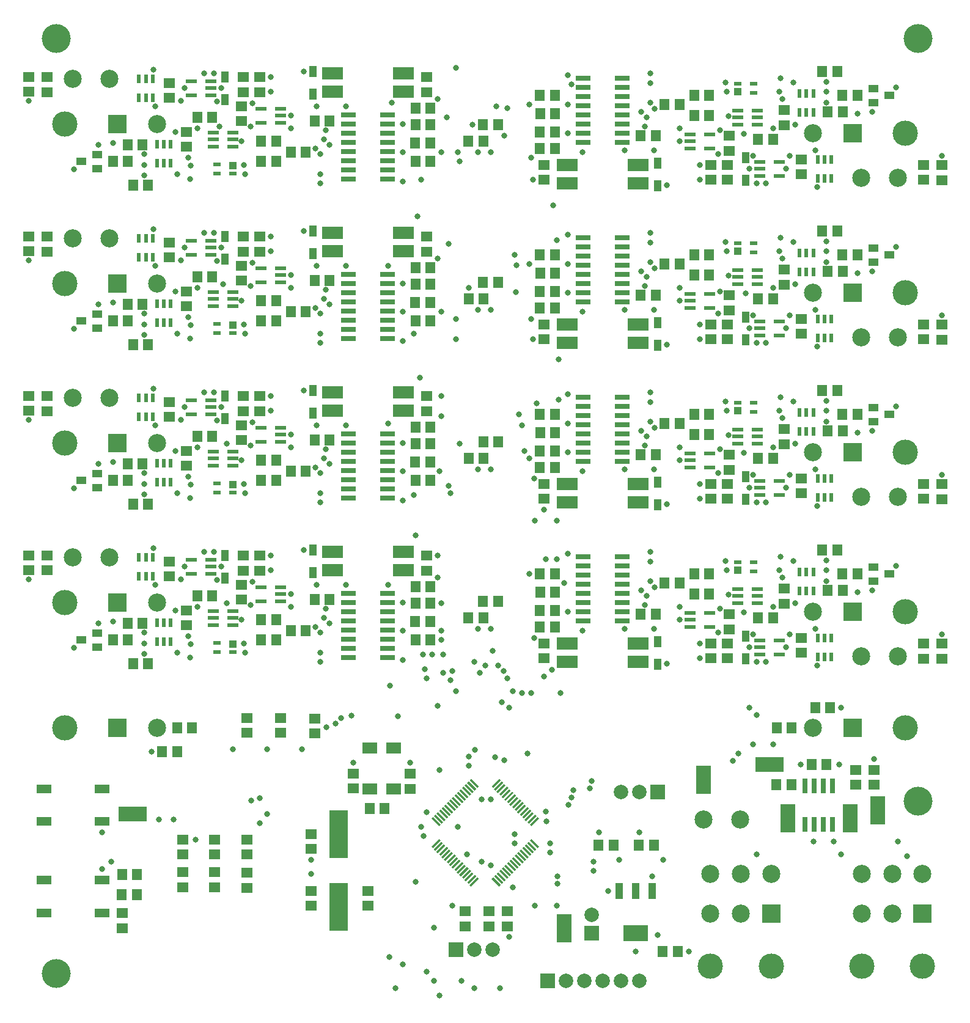
<source format=gts>
G04 #@! TF.FileFunction,Soldermask,Top*
%FSLAX46Y46*%
G04 Gerber Fmt 4.6, Leading zero omitted, Abs format (unit mm)*
G04 Created by KiCad (PCBNEW 4.0.5+dfsg1-4) date Tue Aug 22 17:04:35 2017*
%MOMM*%
%LPD*%
G01*
G04 APERTURE LIST*
%ADD10C,0.100000*%
%ADD11C,4.000000*%
%ADD12R,3.000000X1.700000*%
%ADD13R,1.400000X1.500000*%
%ADD14R,1.400000X1.000000*%
%ADD15R,0.620000X1.220000*%
%ADD16R,1.500000X1.400000*%
%ADD17C,2.500000*%
%ADD18R,2.500000X2.500000*%
%ADD19C,3.508000*%
%ADD20R,1.500000X0.550000*%
%ADD21R,1.000000X1.500000*%
%ADD22R,2.000000X0.750000*%
%ADD23R,1.000000X0.600000*%
%ADD24R,1.000000X1.000000*%
%ADD25R,2.000000X2.000000*%
%ADD26C,2.000000*%
%ADD27R,2.000000X1.300000*%
%ADD28R,2.000000X4.000000*%
%ADD29R,4.000000X2.000000*%
%ADD30R,1.000000X2.250000*%
%ADD31R,3.500000X2.250000*%
%ADD32R,0.750000X2.000000*%
%ADD33R,2.000000X1.600000*%
%ADD34R,2.500000X6.600000*%
%ADD35C,0.800000*%
G04 APERTURE END LIST*
D10*
D11*
X213360000Y-148844000D03*
X213360000Y-43180000D03*
X93980000Y-43180000D03*
D12*
X142060000Y-50546000D03*
X142060000Y-48006000D03*
X132260000Y-48006000D03*
X132260000Y-50546000D03*
D10*
G36*
X145956024Y-155106544D02*
X147016684Y-154045884D01*
X147228816Y-154258016D01*
X146168156Y-155318676D01*
X145956024Y-155106544D01*
X145956024Y-155106544D01*
G37*
G36*
X146309577Y-155460097D02*
X147370237Y-154399437D01*
X147582369Y-154611569D01*
X146521709Y-155672229D01*
X146309577Y-155460097D01*
X146309577Y-155460097D01*
G37*
G36*
X146663130Y-155813650D02*
X147723790Y-154752990D01*
X147935922Y-154965122D01*
X146875262Y-156025782D01*
X146663130Y-155813650D01*
X146663130Y-155813650D01*
G37*
G36*
X147016684Y-156167204D02*
X148077344Y-155106544D01*
X148289476Y-155318676D01*
X147228816Y-156379336D01*
X147016684Y-156167204D01*
X147016684Y-156167204D01*
G37*
G36*
X147370237Y-156520757D02*
X148430897Y-155460097D01*
X148643029Y-155672229D01*
X147582369Y-156732889D01*
X147370237Y-156520757D01*
X147370237Y-156520757D01*
G37*
G36*
X147723791Y-156874311D02*
X148784451Y-155813651D01*
X148996583Y-156025783D01*
X147935923Y-157086443D01*
X147723791Y-156874311D01*
X147723791Y-156874311D01*
G37*
G36*
X148077344Y-157227864D02*
X149138004Y-156167204D01*
X149350136Y-156379336D01*
X148289476Y-157439996D01*
X148077344Y-157227864D01*
X148077344Y-157227864D01*
G37*
G36*
X148430897Y-157581417D02*
X149491557Y-156520757D01*
X149703689Y-156732889D01*
X148643029Y-157793549D01*
X148430897Y-157581417D01*
X148430897Y-157581417D01*
G37*
G36*
X148784451Y-157934971D02*
X149845111Y-156874311D01*
X150057243Y-157086443D01*
X148996583Y-158147103D01*
X148784451Y-157934971D01*
X148784451Y-157934971D01*
G37*
G36*
X149138004Y-158288524D02*
X150198664Y-157227864D01*
X150410796Y-157439996D01*
X149350136Y-158500656D01*
X149138004Y-158288524D01*
X149138004Y-158288524D01*
G37*
G36*
X149491557Y-158642077D02*
X150552217Y-157581417D01*
X150764349Y-157793549D01*
X149703689Y-158854209D01*
X149491557Y-158642077D01*
X149491557Y-158642077D01*
G37*
G36*
X149845111Y-158995631D02*
X150905771Y-157934971D01*
X151117903Y-158147103D01*
X150057243Y-159207763D01*
X149845111Y-158995631D01*
X149845111Y-158995631D01*
G37*
G36*
X150198664Y-159349184D02*
X151259324Y-158288524D01*
X151471456Y-158500656D01*
X150410796Y-159561316D01*
X150198664Y-159349184D01*
X150198664Y-159349184D01*
G37*
G36*
X150552218Y-159702738D02*
X151612878Y-158642078D01*
X151825010Y-158854210D01*
X150764350Y-159914870D01*
X150552218Y-159702738D01*
X150552218Y-159702738D01*
G37*
G36*
X150905771Y-160056291D02*
X151966431Y-158995631D01*
X152178563Y-159207763D01*
X151117903Y-160268423D01*
X150905771Y-160056291D01*
X150905771Y-160056291D01*
G37*
G36*
X151259324Y-160409844D02*
X152319984Y-159349184D01*
X152532116Y-159561316D01*
X151471456Y-160621976D01*
X151259324Y-160409844D01*
X151259324Y-160409844D01*
G37*
G36*
X159249631Y-151712431D02*
X160310291Y-150651771D01*
X160522423Y-150863903D01*
X159461763Y-151924563D01*
X159249631Y-151712431D01*
X159249631Y-151712431D01*
G37*
G36*
X158896078Y-151358878D02*
X159956738Y-150298218D01*
X160168870Y-150510350D01*
X159108210Y-151571010D01*
X158896078Y-151358878D01*
X158896078Y-151358878D01*
G37*
G36*
X158542524Y-151005324D02*
X159603184Y-149944664D01*
X159815316Y-150156796D01*
X158754656Y-151217456D01*
X158542524Y-151005324D01*
X158542524Y-151005324D01*
G37*
G36*
X158188971Y-150651771D02*
X159249631Y-149591111D01*
X159461763Y-149803243D01*
X158401103Y-150863903D01*
X158188971Y-150651771D01*
X158188971Y-150651771D01*
G37*
G36*
X157835417Y-150298217D02*
X158896077Y-149237557D01*
X159108209Y-149449689D01*
X158047549Y-150510349D01*
X157835417Y-150298217D01*
X157835417Y-150298217D01*
G37*
G36*
X157481864Y-149944664D02*
X158542524Y-148884004D01*
X158754656Y-149096136D01*
X157693996Y-150156796D01*
X157481864Y-149944664D01*
X157481864Y-149944664D01*
G37*
G36*
X157128311Y-149591111D02*
X158188971Y-148530451D01*
X158401103Y-148742583D01*
X157340443Y-149803243D01*
X157128311Y-149591111D01*
X157128311Y-149591111D01*
G37*
G36*
X156774757Y-149237557D02*
X157835417Y-148176897D01*
X158047549Y-148389029D01*
X156986889Y-149449689D01*
X156774757Y-149237557D01*
X156774757Y-149237557D01*
G37*
G36*
X156421204Y-148884004D02*
X157481864Y-147823344D01*
X157693996Y-148035476D01*
X156633336Y-149096136D01*
X156421204Y-148884004D01*
X156421204Y-148884004D01*
G37*
G36*
X156067651Y-148530451D02*
X157128311Y-147469791D01*
X157340443Y-147681923D01*
X156279783Y-148742583D01*
X156067651Y-148530451D01*
X156067651Y-148530451D01*
G37*
G36*
X155714097Y-148176897D02*
X156774757Y-147116237D01*
X156986889Y-147328369D01*
X155926229Y-148389029D01*
X155714097Y-148176897D01*
X155714097Y-148176897D01*
G37*
G36*
X155360544Y-147823344D02*
X156421204Y-146762684D01*
X156633336Y-146974816D01*
X155572676Y-148035476D01*
X155360544Y-147823344D01*
X155360544Y-147823344D01*
G37*
G36*
X155006990Y-147469790D02*
X156067650Y-146409130D01*
X156279782Y-146621262D01*
X155219122Y-147681922D01*
X155006990Y-147469790D01*
X155006990Y-147469790D01*
G37*
G36*
X154653437Y-147116237D02*
X155714097Y-146055577D01*
X155926229Y-146267709D01*
X154865569Y-147328369D01*
X154653437Y-147116237D01*
X154653437Y-147116237D01*
G37*
G36*
X154299884Y-146762684D02*
X155360544Y-145702024D01*
X155572676Y-145914156D01*
X154512016Y-146974816D01*
X154299884Y-146762684D01*
X154299884Y-146762684D01*
G37*
G36*
X159603184Y-152065984D02*
X160663844Y-151005324D01*
X160875976Y-151217456D01*
X159815316Y-152278116D01*
X159603184Y-152065984D01*
X159603184Y-152065984D01*
G37*
G36*
X154299884Y-159561316D02*
X154512016Y-159349184D01*
X155572676Y-160409844D01*
X155360544Y-160621976D01*
X154299884Y-159561316D01*
X154299884Y-159561316D01*
G37*
G36*
X154653437Y-159207763D02*
X154865569Y-158995631D01*
X155926229Y-160056291D01*
X155714097Y-160268423D01*
X154653437Y-159207763D01*
X154653437Y-159207763D01*
G37*
G36*
X155006990Y-158854210D02*
X155219122Y-158642078D01*
X156279782Y-159702738D01*
X156067650Y-159914870D01*
X155006990Y-158854210D01*
X155006990Y-158854210D01*
G37*
G36*
X155360544Y-158500656D02*
X155572676Y-158288524D01*
X156633336Y-159349184D01*
X156421204Y-159561316D01*
X155360544Y-158500656D01*
X155360544Y-158500656D01*
G37*
G36*
X155714097Y-158147103D02*
X155926229Y-157934971D01*
X156986889Y-158995631D01*
X156774757Y-159207763D01*
X155714097Y-158147103D01*
X155714097Y-158147103D01*
G37*
G36*
X156067651Y-157793549D02*
X156279783Y-157581417D01*
X157340443Y-158642077D01*
X157128311Y-158854209D01*
X156067651Y-157793549D01*
X156067651Y-157793549D01*
G37*
G36*
X156421204Y-157439996D02*
X156633336Y-157227864D01*
X157693996Y-158288524D01*
X157481864Y-158500656D01*
X156421204Y-157439996D01*
X156421204Y-157439996D01*
G37*
G36*
X156774757Y-157086443D02*
X156986889Y-156874311D01*
X158047549Y-157934971D01*
X157835417Y-158147103D01*
X156774757Y-157086443D01*
X156774757Y-157086443D01*
G37*
G36*
X157128311Y-156732889D02*
X157340443Y-156520757D01*
X158401103Y-157581417D01*
X158188971Y-157793549D01*
X157128311Y-156732889D01*
X157128311Y-156732889D01*
G37*
G36*
X157481864Y-156379336D02*
X157693996Y-156167204D01*
X158754656Y-157227864D01*
X158542524Y-157439996D01*
X157481864Y-156379336D01*
X157481864Y-156379336D01*
G37*
G36*
X157835417Y-156025783D02*
X158047549Y-155813651D01*
X159108209Y-156874311D01*
X158896077Y-157086443D01*
X157835417Y-156025783D01*
X157835417Y-156025783D01*
G37*
G36*
X158188971Y-155672229D02*
X158401103Y-155460097D01*
X159461763Y-156520757D01*
X159249631Y-156732889D01*
X158188971Y-155672229D01*
X158188971Y-155672229D01*
G37*
G36*
X158542524Y-155318676D02*
X158754656Y-155106544D01*
X159815316Y-156167204D01*
X159603184Y-156379336D01*
X158542524Y-155318676D01*
X158542524Y-155318676D01*
G37*
G36*
X158896078Y-154965122D02*
X159108210Y-154752990D01*
X160168870Y-155813650D01*
X159956738Y-156025782D01*
X158896078Y-154965122D01*
X158896078Y-154965122D01*
G37*
G36*
X159249631Y-154611569D02*
X159461763Y-154399437D01*
X160522423Y-155460097D01*
X160310291Y-155672229D01*
X159249631Y-154611569D01*
X159249631Y-154611569D01*
G37*
G36*
X159603184Y-154258016D02*
X159815316Y-154045884D01*
X160875976Y-155106544D01*
X160663844Y-155318676D01*
X159603184Y-154258016D01*
X159603184Y-154258016D01*
G37*
G36*
X151259324Y-145914156D02*
X151471456Y-145702024D01*
X152532116Y-146762684D01*
X152319984Y-146974816D01*
X151259324Y-145914156D01*
X151259324Y-145914156D01*
G37*
G36*
X150905771Y-146267709D02*
X151117903Y-146055577D01*
X152178563Y-147116237D01*
X151966431Y-147328369D01*
X150905771Y-146267709D01*
X150905771Y-146267709D01*
G37*
G36*
X150552218Y-146621262D02*
X150764350Y-146409130D01*
X151825010Y-147469790D01*
X151612878Y-147681922D01*
X150552218Y-146621262D01*
X150552218Y-146621262D01*
G37*
G36*
X150198664Y-146974816D02*
X150410796Y-146762684D01*
X151471456Y-147823344D01*
X151259324Y-148035476D01*
X150198664Y-146974816D01*
X150198664Y-146974816D01*
G37*
G36*
X149845111Y-147328369D02*
X150057243Y-147116237D01*
X151117903Y-148176897D01*
X150905771Y-148389029D01*
X149845111Y-147328369D01*
X149845111Y-147328369D01*
G37*
G36*
X149491557Y-147681923D02*
X149703689Y-147469791D01*
X150764349Y-148530451D01*
X150552217Y-148742583D01*
X149491557Y-147681923D01*
X149491557Y-147681923D01*
G37*
G36*
X149138004Y-148035476D02*
X149350136Y-147823344D01*
X150410796Y-148884004D01*
X150198664Y-149096136D01*
X149138004Y-148035476D01*
X149138004Y-148035476D01*
G37*
G36*
X148784451Y-148389029D02*
X148996583Y-148176897D01*
X150057243Y-149237557D01*
X149845111Y-149449689D01*
X148784451Y-148389029D01*
X148784451Y-148389029D01*
G37*
G36*
X148430897Y-148742583D02*
X148643029Y-148530451D01*
X149703689Y-149591111D01*
X149491557Y-149803243D01*
X148430897Y-148742583D01*
X148430897Y-148742583D01*
G37*
G36*
X148077344Y-149096136D02*
X148289476Y-148884004D01*
X149350136Y-149944664D01*
X149138004Y-150156796D01*
X148077344Y-149096136D01*
X148077344Y-149096136D01*
G37*
G36*
X147723791Y-149449689D02*
X147935923Y-149237557D01*
X148996583Y-150298217D01*
X148784451Y-150510349D01*
X147723791Y-149449689D01*
X147723791Y-149449689D01*
G37*
G36*
X147370237Y-149803243D02*
X147582369Y-149591111D01*
X148643029Y-150651771D01*
X148430897Y-150863903D01*
X147370237Y-149803243D01*
X147370237Y-149803243D01*
G37*
G36*
X147016684Y-150156796D02*
X147228816Y-149944664D01*
X148289476Y-151005324D01*
X148077344Y-151217456D01*
X147016684Y-150156796D01*
X147016684Y-150156796D01*
G37*
G36*
X146663130Y-150510350D02*
X146875262Y-150298218D01*
X147935922Y-151358878D01*
X147723790Y-151571010D01*
X146663130Y-150510350D01*
X146663130Y-150510350D01*
G37*
G36*
X146309577Y-150863903D02*
X146521709Y-150651771D01*
X147582369Y-151712431D01*
X147370237Y-151924563D01*
X146309577Y-150863903D01*
X146309577Y-150863903D01*
G37*
G36*
X145956024Y-151217456D02*
X146168156Y-151005324D01*
X147228816Y-152065984D01*
X147016684Y-152278116D01*
X145956024Y-151217456D01*
X145956024Y-151217456D01*
G37*
D13*
X155194000Y-55118000D03*
X153144000Y-55118000D03*
X163068000Y-51054000D03*
X161018000Y-51054000D03*
X163086000Y-53594000D03*
X161036000Y-53594000D03*
X161018000Y-58420000D03*
X163068000Y-58420000D03*
X163068000Y-56134000D03*
X161018000Y-56134000D03*
X155194000Y-76962000D03*
X153144000Y-76962000D03*
X163068000Y-73152000D03*
X161018000Y-73152000D03*
X163068000Y-78232000D03*
X161018000Y-78232000D03*
X161018000Y-80518000D03*
X163068000Y-80518000D03*
X163086000Y-75692000D03*
X161036000Y-75692000D03*
X155212000Y-99060000D03*
X153162000Y-99060000D03*
X163068000Y-95250000D03*
X161018000Y-95250000D03*
X161018000Y-102616000D03*
X163068000Y-102616000D03*
X163086000Y-97790000D03*
X161036000Y-97790000D03*
X163068000Y-100330000D03*
X161018000Y-100330000D03*
X155194000Y-121158000D03*
X153144000Y-121158000D03*
X163068000Y-117348000D03*
X161018000Y-117348000D03*
X163068000Y-122428000D03*
X161018000Y-122428000D03*
X163086000Y-119888000D03*
X161036000Y-119888000D03*
X161018000Y-124714000D03*
X163068000Y-124714000D03*
X151112000Y-123444000D03*
X153162000Y-123444000D03*
X143764000Y-126492000D03*
X145814000Y-126492000D03*
X143764000Y-121412000D03*
X145814000Y-121412000D03*
X145814000Y-119126000D03*
X143764000Y-119126000D03*
X143746000Y-123952000D03*
X145796000Y-123952000D03*
X151130000Y-101346000D03*
X153180000Y-101346000D03*
X145814000Y-97028000D03*
X143764000Y-97028000D03*
X143764000Y-104394000D03*
X145814000Y-104394000D03*
X143764000Y-99314000D03*
X145814000Y-99314000D03*
X143746000Y-101854000D03*
X145796000Y-101854000D03*
X151130000Y-79248000D03*
X153180000Y-79248000D03*
X143764000Y-82296000D03*
X145814000Y-82296000D03*
X145814000Y-74930000D03*
X143764000Y-74930000D03*
X143764000Y-77216000D03*
X145814000Y-77216000D03*
X143746000Y-79756000D03*
X145796000Y-79756000D03*
D14*
X209380000Y-51054000D03*
X207180000Y-52004000D03*
X207180000Y-50104000D03*
D15*
X196982000Y-53420000D03*
X197932000Y-53420000D03*
X198882000Y-53420000D03*
X198882000Y-50800000D03*
X196982000Y-50800000D03*
X197932000Y-50800000D03*
D13*
X200896000Y-53340000D03*
X202946000Y-53340000D03*
D16*
X194818000Y-55136000D03*
X194818000Y-53086000D03*
D13*
X204978000Y-51054000D03*
X202928000Y-51054000D03*
X200134000Y-47752000D03*
X202184000Y-47752000D03*
D17*
X198826000Y-56238000D03*
D18*
X204326000Y-56238000D03*
D19*
X211626000Y-56238000D03*
D15*
X199462641Y-62531987D03*
X200412641Y-62531987D03*
X201362641Y-62531987D03*
X201362641Y-59911987D03*
X199462641Y-59911987D03*
X200412641Y-59911987D03*
D16*
X197176641Y-59911987D03*
X197176641Y-61961987D03*
X214122000Y-62738000D03*
X214122000Y-60688000D03*
X216662000Y-62756000D03*
X216662000Y-60706000D03*
X184658000Y-60688000D03*
X184658000Y-62738000D03*
D20*
X194136000Y-62164000D03*
X194136000Y-60264000D03*
X191436000Y-60264000D03*
X191436000Y-62164000D03*
X191436000Y-61214000D03*
D21*
X189484000Y-62764000D03*
X189484000Y-59664000D03*
D16*
X186944000Y-60688000D03*
X186944000Y-62738000D03*
D21*
X177292000Y-60426000D03*
X177292000Y-63526000D03*
D13*
X180340000Y-52324000D03*
X178290000Y-52324000D03*
D22*
X172372000Y-48641000D03*
X172372000Y-49911000D03*
X172372000Y-51181000D03*
X172372000Y-52451000D03*
X172372000Y-53721000D03*
X172372000Y-54991000D03*
X172372000Y-56261000D03*
X172372000Y-57531000D03*
X166972000Y-53721000D03*
X166972000Y-54991000D03*
X166972000Y-56261000D03*
X166972000Y-57531000D03*
X166972000Y-52451000D03*
X166972000Y-51181000D03*
X166972000Y-49911000D03*
X166972000Y-48641000D03*
D12*
X164772000Y-60706000D03*
X164772000Y-63246000D03*
X174572000Y-63246000D03*
X174572000Y-60706000D03*
D13*
X174988000Y-56642000D03*
X177038000Y-56642000D03*
D16*
X161544000Y-60688000D03*
X161544000Y-62738000D03*
X187198000Y-58692000D03*
X187198000Y-56642000D03*
D23*
X190584000Y-50688000D03*
X190584000Y-49388000D03*
D24*
X188384000Y-50538000D03*
D23*
X188384000Y-49388000D03*
D13*
X191244000Y-57150000D03*
X193294000Y-57150000D03*
D20*
X184484000Y-58354000D03*
X184484000Y-56454000D03*
X181784000Y-56454000D03*
X181784000Y-58354000D03*
X181784000Y-57404000D03*
D13*
X184422000Y-53848000D03*
X182372000Y-53848000D03*
X184422000Y-51054000D03*
X182372000Y-51054000D03*
D20*
X188388000Y-53152000D03*
X188388000Y-54102000D03*
X188388000Y-55052000D03*
X191088000Y-55052000D03*
X191088000Y-53152000D03*
X191088000Y-54102000D03*
D13*
X204978000Y-73152000D03*
X202928000Y-73152000D03*
X200896000Y-75438000D03*
X202946000Y-75438000D03*
D15*
X196982000Y-75518000D03*
X197932000Y-75518000D03*
X198882000Y-75518000D03*
X198882000Y-72898000D03*
X196982000Y-72898000D03*
X197932000Y-72898000D03*
X199462641Y-84629987D03*
X200412641Y-84629987D03*
X201362641Y-84629987D03*
X201362641Y-82009987D03*
X199462641Y-82009987D03*
X200412641Y-82009987D03*
D16*
X197176641Y-82009987D03*
X197176641Y-84059987D03*
D13*
X184422000Y-73152000D03*
X182372000Y-73152000D03*
X184422000Y-75946000D03*
X182372000Y-75946000D03*
D20*
X184484000Y-80452000D03*
X184484000Y-78552000D03*
X181784000Y-78552000D03*
X181784000Y-80452000D03*
X181784000Y-79502000D03*
X188388000Y-75250000D03*
X188388000Y-76200000D03*
X188388000Y-77150000D03*
X191088000Y-77150000D03*
X191088000Y-75250000D03*
X191088000Y-76200000D03*
D16*
X194818000Y-77234000D03*
X194818000Y-75184000D03*
D13*
X191244000Y-79248000D03*
X193294000Y-79248000D03*
D23*
X190584000Y-72786000D03*
X190584000Y-71486000D03*
D24*
X188384000Y-72636000D03*
D23*
X188384000Y-71486000D03*
D16*
X187198000Y-80790000D03*
X187198000Y-78740000D03*
X186944000Y-82786000D03*
X186944000Y-84836000D03*
D20*
X194136000Y-84262000D03*
X194136000Y-82362000D03*
X191436000Y-82362000D03*
X191436000Y-84262000D03*
X191436000Y-83312000D03*
D16*
X184658000Y-82786000D03*
X184658000Y-84836000D03*
D21*
X189484000Y-84862000D03*
X189484000Y-81762000D03*
D13*
X174988000Y-78740000D03*
X177038000Y-78740000D03*
D12*
X164772000Y-82804000D03*
X164772000Y-85344000D03*
X174572000Y-85344000D03*
X174572000Y-82804000D03*
D22*
X172372000Y-70739000D03*
X172372000Y-72009000D03*
X172372000Y-73279000D03*
X172372000Y-74549000D03*
X172372000Y-75819000D03*
X172372000Y-77089000D03*
X172372000Y-78359000D03*
X172372000Y-79629000D03*
X166972000Y-75819000D03*
X166972000Y-77089000D03*
X166972000Y-78359000D03*
X166972000Y-79629000D03*
X166972000Y-74549000D03*
X166972000Y-73279000D03*
X166972000Y-72009000D03*
X166972000Y-70739000D03*
D13*
X180340000Y-74422000D03*
X178290000Y-74422000D03*
D16*
X161544000Y-82786000D03*
X161544000Y-84836000D03*
D21*
X177292000Y-82524000D03*
X177292000Y-85624000D03*
D13*
X200134000Y-69850000D03*
X202184000Y-69850000D03*
D14*
X209380000Y-73152000D03*
X207180000Y-74102000D03*
X207180000Y-72202000D03*
D16*
X216662000Y-84854000D03*
X216662000Y-82804000D03*
X214122000Y-84836000D03*
X214122000Y-82786000D03*
D17*
X198826000Y-78336000D03*
D18*
X204326000Y-78336000D03*
D19*
X211626000Y-78336000D03*
D16*
X197176641Y-104107987D03*
X197176641Y-106157987D03*
D15*
X199462641Y-106727987D03*
X200412641Y-106727987D03*
X201362641Y-106727987D03*
X201362641Y-104107987D03*
X199462641Y-104107987D03*
X200412641Y-104107987D03*
D17*
X198826000Y-100434000D03*
D18*
X204326000Y-100434000D03*
D19*
X211626000Y-100434000D03*
D16*
X214122000Y-106934000D03*
X214122000Y-104884000D03*
X216662000Y-106952000D03*
X216662000Y-104902000D03*
D14*
X209380000Y-95250000D03*
X207180000Y-96200000D03*
X207180000Y-94300000D03*
D20*
X194136000Y-106360000D03*
X194136000Y-104460000D03*
X191436000Y-104460000D03*
X191436000Y-106360000D03*
X191436000Y-105410000D03*
D16*
X186944000Y-104884000D03*
X186944000Y-106934000D03*
X184658000Y-104884000D03*
X184658000Y-106934000D03*
D21*
X189484000Y-106960000D03*
X189484000Y-103860000D03*
D13*
X191244000Y-101346000D03*
X193294000Y-101346000D03*
D16*
X194818000Y-99332000D03*
X194818000Y-97282000D03*
D23*
X190584000Y-94884000D03*
X190584000Y-93584000D03*
D24*
X188384000Y-94734000D03*
D23*
X188384000Y-93584000D03*
D20*
X188388000Y-97348000D03*
X188388000Y-98298000D03*
X188388000Y-99248000D03*
X191088000Y-99248000D03*
X191088000Y-97348000D03*
X191088000Y-98298000D03*
D16*
X187198000Y-102888000D03*
X187198000Y-100838000D03*
D21*
X177292000Y-104622000D03*
X177292000Y-107722000D03*
D16*
X161544000Y-104884000D03*
X161544000Y-106934000D03*
D12*
X164772000Y-104902000D03*
X164772000Y-107442000D03*
X174572000Y-107442000D03*
X174572000Y-104902000D03*
D13*
X184422000Y-98044000D03*
X182372000Y-98044000D03*
D20*
X184484000Y-102550000D03*
X184484000Y-100650000D03*
X181784000Y-100650000D03*
X181784000Y-102550000D03*
X181784000Y-101600000D03*
D13*
X180340000Y-96520000D03*
X178290000Y-96520000D03*
D22*
X172372000Y-92837000D03*
X172372000Y-94107000D03*
X172372000Y-95377000D03*
X172372000Y-96647000D03*
X172372000Y-97917000D03*
X172372000Y-99187000D03*
X172372000Y-100457000D03*
X172372000Y-101727000D03*
X166972000Y-97917000D03*
X166972000Y-99187000D03*
X166972000Y-100457000D03*
X166972000Y-101727000D03*
X166972000Y-96647000D03*
X166972000Y-95377000D03*
X166972000Y-94107000D03*
X166972000Y-92837000D03*
D13*
X174988000Y-100838000D03*
X177038000Y-100838000D03*
X184422000Y-95250000D03*
X182372000Y-95250000D03*
X204978000Y-95250000D03*
X202928000Y-95250000D03*
D15*
X196982000Y-97616000D03*
X197932000Y-97616000D03*
X198882000Y-97616000D03*
X198882000Y-94996000D03*
X196982000Y-94996000D03*
X197932000Y-94996000D03*
D13*
X200896000Y-97536000D03*
X202946000Y-97536000D03*
X200134000Y-91948000D03*
X202184000Y-91948000D03*
X191244000Y-123444000D03*
X193294000Y-123444000D03*
D20*
X194136000Y-128458000D03*
X194136000Y-126558000D03*
X191436000Y-126558000D03*
X191436000Y-128458000D03*
X191436000Y-127508000D03*
D21*
X189484000Y-129058000D03*
X189484000Y-125958000D03*
D16*
X194818000Y-121430000D03*
X194818000Y-119380000D03*
D23*
X190584000Y-116982000D03*
X190584000Y-115682000D03*
D24*
X188384000Y-116832000D03*
D23*
X188384000Y-115682000D03*
D16*
X197176641Y-126205987D03*
X197176641Y-128255987D03*
D15*
X199462641Y-128825987D03*
X200412641Y-128825987D03*
X201362641Y-128825987D03*
X201362641Y-126205987D03*
X199462641Y-126205987D03*
X200412641Y-126205987D03*
D16*
X216662000Y-129050000D03*
X216662000Y-127000000D03*
X214122000Y-129050000D03*
X214122000Y-127000000D03*
D17*
X198826000Y-122532000D03*
D18*
X204326000Y-122532000D03*
D19*
X211626000Y-122532000D03*
D15*
X196982000Y-119714000D03*
X197932000Y-119714000D03*
X198882000Y-119714000D03*
X198882000Y-117094000D03*
X196982000Y-117094000D03*
X197932000Y-117094000D03*
D13*
X204978000Y-117348000D03*
X202928000Y-117348000D03*
X200896000Y-119634000D03*
X202946000Y-119634000D03*
X200134000Y-114046000D03*
X202184000Y-114046000D03*
D14*
X209380000Y-117348000D03*
X207180000Y-118298000D03*
X207180000Y-116398000D03*
D20*
X188388000Y-119446000D03*
X188388000Y-120396000D03*
X188388000Y-121346000D03*
X191088000Y-121346000D03*
X191088000Y-119446000D03*
X191088000Y-120396000D03*
D16*
X187198000Y-124986000D03*
X187198000Y-122936000D03*
X186944000Y-126982000D03*
X186944000Y-129032000D03*
D13*
X184422000Y-120142000D03*
X182372000Y-120142000D03*
D16*
X184658000Y-126982000D03*
X184658000Y-129032000D03*
D21*
X177292000Y-126720000D03*
X177292000Y-129820000D03*
D12*
X164772000Y-127000000D03*
X164772000Y-129540000D03*
X174572000Y-129540000D03*
X174572000Y-127000000D03*
D16*
X161544000Y-126982000D03*
X161544000Y-129032000D03*
D13*
X174988000Y-122936000D03*
X177038000Y-122936000D03*
X184422000Y-117348000D03*
X182372000Y-117348000D03*
D22*
X172372000Y-114935000D03*
X172372000Y-116205000D03*
X172372000Y-117475000D03*
X172372000Y-118745000D03*
X172372000Y-120015000D03*
X172372000Y-121285000D03*
X172372000Y-122555000D03*
X172372000Y-123825000D03*
X166972000Y-120015000D03*
X166972000Y-121285000D03*
X166972000Y-122555000D03*
X166972000Y-123825000D03*
X166972000Y-118745000D03*
X166972000Y-117475000D03*
X166972000Y-116205000D03*
X166972000Y-114935000D03*
D13*
X180340000Y-118618000D03*
X178290000Y-118618000D03*
D20*
X184484000Y-124648000D03*
X184484000Y-122748000D03*
X181784000Y-122748000D03*
X181784000Y-124648000D03*
X181784000Y-123698000D03*
D17*
X108006000Y-121308000D03*
D18*
X102506000Y-121308000D03*
D19*
X95206000Y-121308000D03*
D16*
X92710000Y-114790000D03*
X92710000Y-116840000D03*
X90170000Y-114790000D03*
X90170000Y-116840000D03*
D13*
X106698000Y-129794000D03*
X104648000Y-129794000D03*
X105936000Y-124206000D03*
X103886000Y-124206000D03*
X101854000Y-126492000D03*
X103904000Y-126492000D03*
D14*
X97452000Y-126492000D03*
X99652000Y-125542000D03*
X99652000Y-127442000D03*
D15*
X109850000Y-124126000D03*
X108900000Y-124126000D03*
X107950000Y-124126000D03*
X107950000Y-126746000D03*
X109850000Y-126746000D03*
X108900000Y-126746000D03*
X107369359Y-115014013D03*
X106419359Y-115014013D03*
X105469359Y-115014013D03*
X105469359Y-117634013D03*
X107369359Y-117634013D03*
X106419359Y-117634013D03*
D20*
X112696000Y-115382000D03*
X112696000Y-117282000D03*
X115396000Y-117282000D03*
X115396000Y-115382000D03*
X115396000Y-116332000D03*
D16*
X112014000Y-122410000D03*
X112014000Y-124460000D03*
D13*
X115588000Y-120396000D03*
X113538000Y-120396000D03*
D16*
X109655359Y-117634013D03*
X109655359Y-115584013D03*
D21*
X117348000Y-114782000D03*
X117348000Y-117882000D03*
D16*
X119634000Y-118854000D03*
X119634000Y-120904000D03*
X119888000Y-116858000D03*
X119888000Y-114808000D03*
X122174000Y-116858000D03*
X122174000Y-114808000D03*
D23*
X116248000Y-126858000D03*
X116248000Y-128158000D03*
D24*
X118448000Y-127008000D03*
D23*
X118448000Y-128158000D03*
D13*
X122410000Y-123698000D03*
X124460000Y-123698000D03*
D20*
X122348000Y-119192000D03*
X122348000Y-121092000D03*
X125048000Y-121092000D03*
X125048000Y-119192000D03*
X125048000Y-120142000D03*
D13*
X126492000Y-125222000D03*
X128542000Y-125222000D03*
X122410000Y-126492000D03*
X124460000Y-126492000D03*
D20*
X118444000Y-124394000D03*
X118444000Y-123444000D03*
X118444000Y-122494000D03*
X115744000Y-122494000D03*
X115744000Y-124394000D03*
X115744000Y-123444000D03*
D22*
X134460000Y-128905000D03*
X134460000Y-127635000D03*
X134460000Y-126365000D03*
X134460000Y-125095000D03*
X134460000Y-123825000D03*
X134460000Y-122555000D03*
X134460000Y-121285000D03*
X134460000Y-120015000D03*
X139860000Y-123825000D03*
X139860000Y-122555000D03*
X139860000Y-121285000D03*
X139860000Y-120015000D03*
X139860000Y-125095000D03*
X139860000Y-126365000D03*
X139860000Y-127635000D03*
X139860000Y-128905000D03*
D12*
X142060000Y-116840000D03*
X142060000Y-114300000D03*
X132260000Y-114300000D03*
X132260000Y-116840000D03*
D13*
X131844000Y-120904000D03*
X129794000Y-120904000D03*
D21*
X129540000Y-117120000D03*
X129540000Y-114020000D03*
D16*
X145288000Y-116858000D03*
X145288000Y-114808000D03*
D21*
X129540000Y-95022000D03*
X129540000Y-91922000D03*
D13*
X131844000Y-98806000D03*
X129794000Y-98806000D03*
D12*
X142060000Y-94742000D03*
X142060000Y-92202000D03*
X132260000Y-92202000D03*
X132260000Y-94742000D03*
D22*
X134460000Y-106807000D03*
X134460000Y-105537000D03*
X134460000Y-104267000D03*
X134460000Y-102997000D03*
X134460000Y-101727000D03*
X134460000Y-100457000D03*
X134460000Y-99187000D03*
X134460000Y-97917000D03*
X139860000Y-101727000D03*
X139860000Y-100457000D03*
X139860000Y-99187000D03*
X139860000Y-97917000D03*
X139860000Y-102997000D03*
X139860000Y-104267000D03*
X139860000Y-105537000D03*
X139860000Y-106807000D03*
D16*
X145288000Y-94760000D03*
X145288000Y-92710000D03*
X122174000Y-94760000D03*
X122174000Y-92710000D03*
X119888000Y-94760000D03*
X119888000Y-92710000D03*
D21*
X117348000Y-92684000D03*
X117348000Y-95784000D03*
D20*
X122348000Y-97094000D03*
X122348000Y-98994000D03*
X125048000Y-98994000D03*
X125048000Y-97094000D03*
X125048000Y-98044000D03*
D13*
X126492000Y-103124000D03*
X128542000Y-103124000D03*
D16*
X119634000Y-96756000D03*
X119634000Y-98806000D03*
D13*
X122410000Y-104394000D03*
X124460000Y-104394000D03*
X122410000Y-101600000D03*
X124460000Y-101600000D03*
D16*
X109655359Y-95536013D03*
X109655359Y-93486013D03*
X112014000Y-100312000D03*
X112014000Y-102362000D03*
D20*
X112696000Y-93284000D03*
X112696000Y-95184000D03*
X115396000Y-95184000D03*
X115396000Y-93284000D03*
X115396000Y-94234000D03*
X118444000Y-102296000D03*
X118444000Y-101346000D03*
X118444000Y-100396000D03*
X115744000Y-100396000D03*
X115744000Y-102296000D03*
X115744000Y-101346000D03*
D23*
X116248000Y-104760000D03*
X116248000Y-106060000D03*
D24*
X118448000Y-104910000D03*
D23*
X118448000Y-106060000D03*
D13*
X115588000Y-98298000D03*
X113538000Y-98298000D03*
D15*
X109850000Y-102028000D03*
X108900000Y-102028000D03*
X107950000Y-102028000D03*
X107950000Y-104648000D03*
X109850000Y-104648000D03*
X108900000Y-104648000D03*
X107369359Y-92916013D03*
X106419359Y-92916013D03*
X105469359Y-92916013D03*
X105469359Y-95536013D03*
X107369359Y-95536013D03*
X106419359Y-95536013D03*
D16*
X90170000Y-92692000D03*
X90170000Y-94742000D03*
D13*
X101854000Y-104394000D03*
X103904000Y-104394000D03*
X105936000Y-102108000D03*
X103886000Y-102108000D03*
D16*
X92710000Y-92710000D03*
X92710000Y-94760000D03*
D17*
X108006000Y-99210000D03*
D18*
X102506000Y-99210000D03*
D19*
X95206000Y-99210000D03*
D14*
X97452000Y-104394000D03*
X99652000Y-103444000D03*
X99652000Y-105344000D03*
D13*
X106698000Y-107696000D03*
X104648000Y-107696000D03*
X115588000Y-76200000D03*
X113538000Y-76200000D03*
D21*
X117348000Y-70586000D03*
X117348000Y-73686000D03*
D20*
X118444000Y-80198000D03*
X118444000Y-79248000D03*
X118444000Y-78298000D03*
X115744000Y-78298000D03*
X115744000Y-80198000D03*
X115744000Y-79248000D03*
X112696000Y-71186000D03*
X112696000Y-73086000D03*
X115396000Y-73086000D03*
X115396000Y-71186000D03*
X115396000Y-72136000D03*
D23*
X116248000Y-82662000D03*
X116248000Y-83962000D03*
D24*
X118448000Y-82812000D03*
D23*
X118448000Y-83962000D03*
D16*
X112014000Y-78214000D03*
X112014000Y-80264000D03*
D22*
X134460000Y-84709000D03*
X134460000Y-83439000D03*
X134460000Y-82169000D03*
X134460000Y-80899000D03*
X134460000Y-79629000D03*
X134460000Y-78359000D03*
X134460000Y-77089000D03*
X134460000Y-75819000D03*
X139860000Y-79629000D03*
X139860000Y-78359000D03*
X139860000Y-77089000D03*
X139860000Y-75819000D03*
X139860000Y-80899000D03*
X139860000Y-82169000D03*
X139860000Y-83439000D03*
X139860000Y-84709000D03*
D12*
X142060000Y-72644000D03*
X142060000Y-70104000D03*
X132260000Y-70104000D03*
X132260000Y-72644000D03*
D13*
X131844000Y-76708000D03*
X129794000Y-76708000D03*
D16*
X145288000Y-72662000D03*
X145288000Y-70612000D03*
D21*
X129540000Y-72924000D03*
X129540000Y-69824000D03*
D13*
X106698000Y-85598000D03*
X104648000Y-85598000D03*
D14*
X97452000Y-82296000D03*
X99652000Y-81346000D03*
X99652000Y-83246000D03*
D17*
X108006000Y-77112000D03*
D18*
X102506000Y-77112000D03*
D19*
X95206000Y-77112000D03*
D16*
X92710000Y-70612000D03*
X92710000Y-72662000D03*
X90170000Y-70594000D03*
X90170000Y-72644000D03*
D13*
X101854000Y-82296000D03*
X103904000Y-82296000D03*
D15*
X109850000Y-79930000D03*
X108900000Y-79930000D03*
X107950000Y-79930000D03*
X107950000Y-82550000D03*
X109850000Y-82550000D03*
X108900000Y-82550000D03*
D13*
X105936000Y-80010000D03*
X103886000Y-80010000D03*
D16*
X109655359Y-73438013D03*
X109655359Y-71388013D03*
D15*
X107369359Y-70818013D03*
X106419359Y-70818013D03*
X105469359Y-70818013D03*
X105469359Y-73438013D03*
X107369359Y-73438013D03*
X106419359Y-73438013D03*
D16*
X119634000Y-74658000D03*
X119634000Y-76708000D03*
D13*
X126492000Y-81026000D03*
X128542000Y-81026000D03*
X122410000Y-82296000D03*
X124460000Y-82296000D03*
X122410000Y-79502000D03*
X124460000Y-79502000D03*
D16*
X119888000Y-72662000D03*
X119888000Y-70612000D03*
D20*
X122348000Y-74996000D03*
X122348000Y-76896000D03*
X125048000Y-76896000D03*
X125048000Y-74996000D03*
X125048000Y-75946000D03*
D16*
X122174000Y-72662000D03*
X122174000Y-70612000D03*
X135128000Y-145016000D03*
X135128000Y-147066000D03*
X143002000Y-147084000D03*
X143002000Y-145034000D03*
X129286000Y-161272000D03*
X129286000Y-163322000D03*
X129286000Y-153398000D03*
X129286000Y-155448000D03*
D13*
X105174000Y-159004000D03*
X103124000Y-159004000D03*
D16*
X156464000Y-166134000D03*
X156464000Y-164084000D03*
D13*
X200678000Y-143764000D03*
X198628000Y-143764000D03*
D16*
X207264000Y-144508000D03*
X207264000Y-146558000D03*
X119888000Y-50564000D03*
X119888000Y-48514000D03*
X122174000Y-50564000D03*
X122174000Y-48514000D03*
X119634000Y-52560000D03*
X119634000Y-54610000D03*
D13*
X115588000Y-54102000D03*
X113538000Y-54102000D03*
D16*
X111506000Y-158659286D03*
X111506000Y-160709286D03*
X115951000Y-158659286D03*
X115951000Y-160709286D03*
X120396000Y-158750000D03*
X120396000Y-160800000D03*
D13*
X176784000Y-154940000D03*
X174734000Y-154940000D03*
X171196000Y-154940000D03*
X169146000Y-154940000D03*
X178036000Y-169672000D03*
X180086000Y-169672000D03*
D16*
X90170000Y-48496000D03*
X90170000Y-50546000D03*
D21*
X129540000Y-50826000D03*
X129540000Y-47726000D03*
X117348000Y-48488000D03*
X117348000Y-51588000D03*
D14*
X97452000Y-60198000D03*
X99652000Y-59248000D03*
X99652000Y-61148000D03*
D17*
X188722000Y-151384000D03*
X183642000Y-151384000D03*
D25*
X162052000Y-173736000D03*
D26*
X164592000Y-173736000D03*
X167132000Y-173736000D03*
X169672000Y-173736000D03*
X172212000Y-173736000D03*
X174752000Y-173736000D03*
D25*
X149352000Y-169418000D03*
D26*
X151892000Y-169418000D03*
X154432000Y-169418000D03*
D13*
X139464000Y-149860000D03*
X137414000Y-149860000D03*
D16*
X137160000Y-161272000D03*
X137160000Y-163322000D03*
X103124000Y-164338000D03*
X103124000Y-166388000D03*
D13*
X103106000Y-161798000D03*
X105156000Y-161798000D03*
D16*
X153924000Y-166134000D03*
X153924000Y-164084000D03*
X111506000Y-154160000D03*
X111506000Y-156210000D03*
X115951000Y-154160000D03*
X115951000Y-156210000D03*
X120396000Y-154160000D03*
X120396000Y-156210000D03*
X150622000Y-166134000D03*
X150622000Y-164084000D03*
X204724000Y-144508000D03*
X204724000Y-146558000D03*
X92710000Y-48514000D03*
X92710000Y-50564000D03*
X109655359Y-51340013D03*
X109655359Y-49290013D03*
X145288000Y-50564000D03*
X145288000Y-48514000D03*
D13*
X122410000Y-57404000D03*
X124460000Y-57404000D03*
X122410000Y-60198000D03*
X124460000Y-60198000D03*
X143746000Y-57658000D03*
X145796000Y-57658000D03*
X126492000Y-58928000D03*
X128542000Y-58928000D03*
X151112000Y-57404000D03*
X153162000Y-57404000D03*
X143764000Y-55118000D03*
X145814000Y-55118000D03*
X131844000Y-54610000D03*
X129794000Y-54610000D03*
X145814000Y-52832000D03*
X143764000Y-52832000D03*
D16*
X112014000Y-56116000D03*
X112014000Y-58166000D03*
D13*
X105936000Y-57912000D03*
X103886000Y-57912000D03*
X106698000Y-63500000D03*
X104648000Y-63500000D03*
D27*
X100330000Y-151638000D03*
X100330000Y-147138000D03*
X92330000Y-147138000D03*
X92330000Y-151638000D03*
X92330000Y-159766000D03*
X92330000Y-164266000D03*
X100330000Y-164266000D03*
X100330000Y-159766000D03*
D28*
X164338000Y-166432000D03*
X203962000Y-151192000D03*
X207772000Y-150052000D03*
X195326000Y-151192000D03*
D29*
X192848000Y-143764000D03*
D25*
X177292000Y-147574000D03*
D26*
X174752000Y-147574000D03*
X172212000Y-147574000D03*
D30*
X171958000Y-161290000D03*
X174258000Y-161290000D03*
D31*
X174258000Y-167090000D03*
D30*
X176558000Y-161290000D03*
D32*
X197739000Y-152052000D03*
X199009000Y-152052000D03*
X200279000Y-152052000D03*
X201549000Y-152052000D03*
X197739000Y-146652000D03*
X199009000Y-146652000D03*
X200279000Y-146652000D03*
X201549000Y-146652000D03*
D22*
X134460000Y-62611000D03*
X134460000Y-61341000D03*
X134460000Y-60071000D03*
X134460000Y-58801000D03*
X134460000Y-57531000D03*
X134460000Y-56261000D03*
X134460000Y-54991000D03*
X134460000Y-53721000D03*
X139860000Y-57531000D03*
X139860000Y-56261000D03*
X139860000Y-54991000D03*
X139860000Y-53721000D03*
X139860000Y-58801000D03*
X139860000Y-60071000D03*
X139860000Y-61341000D03*
X139860000Y-62611000D03*
D23*
X116248000Y-60564000D03*
X116248000Y-61864000D03*
D24*
X118448000Y-60714000D03*
D23*
X118448000Y-61864000D03*
D33*
X140716000Y-147128000D03*
X140716000Y-141478000D03*
X137416000Y-141478000D03*
X137416000Y-147128000D03*
D34*
X133096000Y-163416000D03*
X133096000Y-153416000D03*
D17*
X108006000Y-55014000D03*
D18*
X102506000Y-55014000D03*
D19*
X95206000Y-55014000D03*
D15*
X109850000Y-57832000D03*
X108900000Y-57832000D03*
X107950000Y-57832000D03*
X107950000Y-60452000D03*
X109850000Y-60452000D03*
X108900000Y-60452000D03*
X107369359Y-48720013D03*
X106419359Y-48720013D03*
X105469359Y-48720013D03*
X105469359Y-51340013D03*
X107369359Y-51340013D03*
X106419359Y-51340013D03*
D20*
X122348000Y-52898000D03*
X122348000Y-54798000D03*
X125048000Y-54798000D03*
X125048000Y-52898000D03*
X125048000Y-53848000D03*
X112696000Y-49088000D03*
X112696000Y-50988000D03*
X115396000Y-50988000D03*
X115396000Y-49088000D03*
X115396000Y-50038000D03*
X118444000Y-58100000D03*
X118444000Y-57150000D03*
X118444000Y-56200000D03*
X115744000Y-56200000D03*
X115744000Y-58100000D03*
X115744000Y-57150000D03*
D13*
X101854000Y-60198000D03*
X103904000Y-60198000D03*
X143764000Y-60198000D03*
X145814000Y-60198000D03*
D25*
X168148000Y-167132000D03*
D26*
X168148000Y-164592000D03*
D19*
X184640000Y-171704000D03*
D17*
X184640000Y-158904000D03*
X188840000Y-158904000D03*
X193040000Y-158904000D03*
D18*
X193040000Y-164404000D03*
D17*
X188840000Y-164404000D03*
X184640000Y-164404000D03*
D19*
X193040000Y-171704000D03*
X205604000Y-171704000D03*
D17*
X205604000Y-158904000D03*
X209804000Y-158904000D03*
X214004000Y-158904000D03*
D18*
X214004000Y-164404000D03*
D17*
X209804000Y-164404000D03*
X205604000Y-164404000D03*
D19*
X214004000Y-171704000D03*
D17*
X96266000Y-48768000D03*
X101346000Y-48768000D03*
X96266000Y-70866000D03*
X101346000Y-70866000D03*
X96266000Y-92964000D03*
X101346000Y-92964000D03*
X96266000Y-115062000D03*
X101346000Y-115062000D03*
X210566000Y-128778000D03*
X205486000Y-128778000D03*
X210566000Y-106680000D03*
X205486000Y-106680000D03*
X210566000Y-84582000D03*
X205486000Y-84582000D03*
X210566000Y-62484000D03*
X205486000Y-62484000D03*
D13*
X193784000Y-146558000D03*
X195834000Y-146558000D03*
D17*
X108006000Y-138684000D03*
D18*
X102506000Y-138684000D03*
D19*
X95206000Y-138684000D03*
D17*
X198826000Y-138684000D03*
D18*
X204326000Y-138684000D03*
D19*
X211626000Y-138684000D03*
D28*
X183642000Y-145858000D03*
D29*
X104586000Y-150622000D03*
D13*
X110744000Y-138684000D03*
X112794000Y-138684000D03*
X195852000Y-138684000D03*
X193802000Y-138684000D03*
D11*
X93980000Y-172720000D03*
D13*
X108694000Y-141986000D03*
X110744000Y-141986000D03*
X201186000Y-135890000D03*
X199136000Y-135890000D03*
D16*
X129794000Y-139446000D03*
X129794000Y-137396000D03*
X125095000Y-139319000D03*
X125095000Y-137269000D03*
X120396000Y-139319000D03*
X120396000Y-137269000D03*
D35*
X129286000Y-158877000D03*
X162432996Y-155956000D03*
X202692000Y-135890000D03*
X107188000Y-141986000D03*
X176530000Y-159258000D03*
X207264000Y-143002000D03*
X178054000Y-156972000D03*
X171958000Y-156972000D03*
X156718000Y-167640000D03*
X144526000Y-62738000D03*
X140462000Y-52070000D03*
X165354000Y-49530000D03*
X177292000Y-167386000D03*
X140208000Y-132842000D03*
X101600000Y-157226000D03*
X100330000Y-158242000D03*
X100330000Y-153162000D03*
X113284000Y-154178000D03*
X129286000Y-156972000D03*
X143002000Y-143510000D03*
X135128000Y-143510000D03*
X202438000Y-143764000D03*
X154178000Y-148590000D03*
X157480000Y-153416000D03*
X150876000Y-156210000D03*
X154178000Y-157734000D03*
X149606000Y-152400000D03*
X160192922Y-126231140D03*
X160198873Y-104085558D03*
X163322000Y-115316000D03*
X163576000Y-93218000D03*
X163322000Y-71120000D03*
X143510000Y-84074000D03*
X143510000Y-106426000D03*
X146812000Y-51562000D03*
X146812000Y-73660000D03*
X139954000Y-74676000D03*
X139954000Y-96520000D03*
X147320000Y-95504000D03*
X139954000Y-118872000D03*
X146812000Y-117856000D03*
X166878000Y-125222000D03*
X166878000Y-103124000D03*
X166878000Y-81026000D03*
X159766000Y-82042000D03*
X166878000Y-58928000D03*
X159766000Y-59690000D03*
X162433000Y-154686000D03*
X140144501Y-170433999D03*
X148844000Y-163322000D03*
X197104000Y-143764000D03*
X152908000Y-148590000D03*
X152907992Y-157226000D03*
X157226000Y-160782000D03*
X145288000Y-150368000D03*
X147066000Y-175768000D03*
X160274004Y-163322000D03*
X163322000Y-163322000D03*
X162704889Y-130595552D03*
X148336000Y-71628000D03*
X147320000Y-92710000D03*
X146812000Y-114808000D03*
X161544000Y-108458000D03*
X160020000Y-84836000D03*
X160020000Y-62738000D03*
X148082000Y-54102000D03*
X144526000Y-152400000D03*
X141986000Y-62992000D03*
X141986000Y-85090000D03*
X141986000Y-107188000D03*
X141986000Y-129286000D03*
X164846000Y-114554000D03*
X164846000Y-92456000D03*
X164846000Y-70358000D03*
X164846000Y-48260000D03*
X144875200Y-153670000D03*
X143764000Y-160020000D03*
X146304000Y-166370000D03*
X157480000Y-154686000D03*
X134909916Y-136997084D03*
X141351000Y-137033002D03*
X108204000Y-151384000D03*
X110236000Y-151384000D03*
X174244000Y-169672000D03*
X170434000Y-161290000D03*
X202692000Y-156210000D03*
X211836000Y-156464000D03*
X191008000Y-156210000D03*
X198882000Y-154432000D03*
X210566000Y-154432000D03*
X201676000Y-154432000D03*
X141986000Y-54991000D03*
X131318000Y-55880000D03*
X112677629Y-60775978D03*
X112522000Y-62591990D03*
X111760034Y-50038000D03*
X110490000Y-56134000D03*
X111252000Y-51816000D03*
X120904000Y-55372016D03*
X116586000Y-55372000D03*
X112268000Y-59690000D03*
X150113990Y-173736000D03*
X146304000Y-173736000D03*
X151892000Y-174752000D03*
X145288000Y-172466002D03*
X155448000Y-174752000D03*
X141986000Y-171450000D03*
X174752000Y-153162000D03*
X169164000Y-153162000D03*
X181610000Y-169672000D03*
X107696000Y-52577980D03*
X101854000Y-57658000D03*
X96483813Y-61294485D03*
X151130008Y-143891000D03*
X164973000Y-149351999D03*
X152019000Y-141732000D03*
X165354000Y-148336000D03*
X151130000Y-142621000D03*
X165607998Y-147320000D03*
X107442000Y-47498000D03*
X110744000Y-61976000D03*
X140970000Y-174752000D03*
X141986000Y-58928000D03*
X131826000Y-57912000D03*
X130556000Y-59182000D03*
X119666539Y-57372866D03*
X131064000Y-57150000D03*
X129898065Y-58358567D03*
X115824000Y-48005988D03*
X120142000Y-61976024D03*
X121168583Y-52092650D03*
X130556000Y-63246000D03*
X130048000Y-52578000D03*
X126492000Y-55626000D03*
X123698000Y-48514000D03*
X130556000Y-85344000D03*
X126492000Y-77724000D03*
X123698000Y-70612000D03*
X130048000Y-74676000D03*
X141986000Y-77089000D03*
X131318000Y-77978000D03*
X111252000Y-73914000D03*
X111760034Y-72136000D03*
X112522000Y-84689990D03*
X112677629Y-82873978D03*
X110490000Y-78232000D03*
X120904000Y-77470000D03*
X117094000Y-77216000D03*
X112268000Y-81788000D03*
X130556000Y-107442000D03*
X126492000Y-99822000D03*
X130048000Y-96774000D03*
X123698000Y-92710000D03*
X141986000Y-99187000D03*
X131318000Y-100076000D03*
X111760034Y-94234000D03*
X110490000Y-100330000D03*
X111252000Y-96012000D03*
X112677629Y-104971978D03*
X112522000Y-106787990D03*
X120904000Y-99568000D03*
X117602000Y-99314000D03*
X112268000Y-103886000D03*
X107696000Y-74675980D03*
X101854000Y-79756000D03*
X96483813Y-83392485D03*
X107696000Y-96773980D03*
X101854000Y-101854000D03*
X96483813Y-105490485D03*
X107442000Y-69596000D03*
X110744000Y-84074000D03*
X107442000Y-91694000D03*
X110744000Y-106172000D03*
X141986000Y-81026000D03*
X130556000Y-81280000D03*
X131826000Y-80010000D03*
X119666539Y-79470866D03*
X129898065Y-80456567D03*
X131064000Y-79248000D03*
X115824000Y-70103988D03*
X121168583Y-74190650D03*
X120142000Y-84074024D03*
X141986000Y-103124000D03*
X131826000Y-102108000D03*
X130556000Y-103378000D03*
X119666539Y-101568866D03*
X129898065Y-102554567D03*
X131064000Y-101346000D03*
X115824000Y-92201988D03*
X121168583Y-96288650D03*
X120142000Y-106172024D03*
X90169994Y-51816000D03*
X130556000Y-61961894D03*
X119971857Y-60707765D03*
X113538000Y-55626000D03*
X99822000Y-57912000D03*
X134112000Y-52578000D03*
X128270000Y-47752000D03*
X126492000Y-53848000D03*
X123698000Y-50546000D03*
X114515987Y-48006000D03*
X116840000Y-50038000D03*
X130556000Y-84059894D03*
X119971857Y-82805765D03*
X126492000Y-75946000D03*
X90169994Y-73914000D03*
X99822000Y-80010000D03*
X116840000Y-72136000D03*
X114515987Y-70104000D03*
X113538000Y-77724000D03*
X134112000Y-74676000D03*
X128270000Y-69850000D03*
X123698000Y-72644000D03*
X113538000Y-99822000D03*
X114515987Y-92202000D03*
X130556000Y-106157894D03*
X123698000Y-94742000D03*
X126492000Y-98044000D03*
X134112000Y-96774000D03*
X99822000Y-102108000D03*
X90169994Y-96012000D03*
X116840000Y-94234000D03*
X119971857Y-104903765D03*
X128270000Y-91948000D03*
X123698000Y-116840000D03*
X114515987Y-114300000D03*
X130556000Y-128255894D03*
X134112000Y-118872000D03*
X119971857Y-127001765D03*
X116840000Y-116332000D03*
X128270000Y-114046000D03*
X126492000Y-120142000D03*
X113538000Y-121920000D03*
X99822000Y-124206000D03*
X90169994Y-118110000D03*
X130556000Y-129540000D03*
X126492000Y-121920000D03*
X123698000Y-114808000D03*
X130048000Y-118872000D03*
X141986000Y-121285000D03*
X131318000Y-122174000D03*
X112522000Y-128885990D03*
X112677629Y-127069978D03*
X110490000Y-122428000D03*
X111252000Y-118110000D03*
X111760034Y-116332000D03*
X120904000Y-121666022D03*
X117602000Y-121412000D03*
X112268000Y-125984000D03*
X176276000Y-115584106D03*
X186860143Y-116838235D03*
X180340000Y-123698000D03*
X172720000Y-124968000D03*
X189992000Y-127508000D03*
X183134000Y-127000000D03*
X178562000Y-129794000D03*
X193294000Y-121920000D03*
X216662006Y-125730000D03*
X192316013Y-129540000D03*
X207010000Y-119634000D03*
X176276000Y-114300000D03*
X180340000Y-121920000D03*
X176784000Y-124968000D03*
X183134000Y-129032000D03*
X164846000Y-122555000D03*
X175514000Y-121666000D03*
X194310000Y-114954010D03*
X196342000Y-121412000D03*
X194154371Y-116770022D03*
X195071966Y-127508000D03*
X195580000Y-125730000D03*
X185928000Y-122173990D03*
X189230000Y-122682000D03*
X194564000Y-117856000D03*
X192316013Y-107442000D03*
X189992000Y-105410000D03*
X183134000Y-104902000D03*
X176276000Y-93486106D03*
X186860143Y-94740235D03*
X193294000Y-99822000D03*
X178562000Y-107696000D03*
X180340000Y-101600000D03*
X172720000Y-102870000D03*
X216662006Y-103632000D03*
X207010000Y-97536000D03*
X183134000Y-106934000D03*
X176276000Y-92202000D03*
X180340000Y-99822000D03*
X176784000Y-102870000D03*
X164846000Y-100457000D03*
X175514000Y-99568000D03*
X194310000Y-92856010D03*
X194154371Y-94672022D03*
X195071966Y-105410000D03*
X195580000Y-103632000D03*
X196342000Y-99314000D03*
X185928000Y-100076000D03*
X189230000Y-100584000D03*
X194564000Y-95758000D03*
X189992000Y-83312000D03*
X192316013Y-85344000D03*
X183134000Y-82804000D03*
X178562000Y-85598000D03*
X172720000Y-80772000D03*
X180340000Y-79502000D03*
X176276000Y-71388106D03*
X186860143Y-72642235D03*
X193294000Y-77724000D03*
X207010000Y-75438000D03*
X216662006Y-81534000D03*
X176784000Y-80772000D03*
X183134000Y-84836000D03*
X180340000Y-77724000D03*
X176276000Y-70104000D03*
X164846000Y-78359000D03*
X175514000Y-77470000D03*
X194310000Y-70758010D03*
X196342000Y-77216000D03*
X194154371Y-72574022D03*
X195071966Y-83312000D03*
X195580000Y-81534000D03*
X189484000Y-78486000D03*
X185928000Y-78232000D03*
X194564000Y-73660000D03*
X192316013Y-63246000D03*
X193294000Y-55626000D03*
X207010000Y-53340000D03*
X216662006Y-59436000D03*
X189992000Y-61214000D03*
X183134000Y-60706000D03*
X186860143Y-50544235D03*
X180340000Y-57404000D03*
X178562000Y-63500000D03*
X172720000Y-58674000D03*
X176276000Y-49290106D03*
X183134000Y-62738000D03*
X180340000Y-55626000D03*
X176784000Y-58674000D03*
X176276000Y-48006000D03*
X164846000Y-56261000D03*
X175514000Y-55372000D03*
X195580000Y-59436000D03*
X195071966Y-61214000D03*
X194310000Y-48660010D03*
X194154371Y-50476022D03*
X196342000Y-55118000D03*
X189230000Y-56388000D03*
X185928000Y-55880000D03*
X194564000Y-51562000D03*
X107696000Y-118871980D03*
X101854000Y-123952000D03*
X96483813Y-127588485D03*
X199136000Y-124968020D03*
X204978000Y-119888000D03*
X210348187Y-116251515D03*
X199136000Y-102870020D03*
X204978000Y-97790000D03*
X210348187Y-94153515D03*
X199136000Y-80772020D03*
X204978000Y-75692000D03*
X210348187Y-72055515D03*
X199136000Y-58674020D03*
X204978000Y-53594000D03*
X210348187Y-49957515D03*
X107442000Y-113792000D03*
X110744000Y-128270000D03*
X199390000Y-130048000D03*
X196088000Y-115570000D03*
X199390000Y-107950000D03*
X196088000Y-93472000D03*
X199390000Y-85852000D03*
X196088000Y-71374000D03*
X199390000Y-63754000D03*
X196088000Y-49276000D03*
X141986000Y-125222000D03*
X131826000Y-124206000D03*
X130556000Y-125476000D03*
X119666539Y-123666866D03*
X129898065Y-124652567D03*
X131064000Y-123444000D03*
X115824000Y-114299988D03*
X121168583Y-118386650D03*
X120142000Y-128270024D03*
X164337998Y-118618000D03*
X176276000Y-118364000D03*
X175006000Y-119634000D03*
X187165461Y-120173134D03*
X176933935Y-119187433D03*
X175768000Y-120396000D03*
X191008000Y-129540012D03*
X185663417Y-125453350D03*
X186690000Y-115569976D03*
X164846000Y-96520000D03*
X176276000Y-96266000D03*
X175006000Y-97536000D03*
X187165461Y-98075134D03*
X176933935Y-97089433D03*
X175768000Y-98298000D03*
X191008000Y-107442012D03*
X185663417Y-103355350D03*
X186690000Y-93471976D03*
X164846000Y-74422000D03*
X175006000Y-75438000D03*
X176276000Y-74168000D03*
X187165461Y-75977134D03*
X175768000Y-76200000D03*
X176933935Y-74991433D03*
X191008000Y-85344012D03*
X185663417Y-81257350D03*
X186690000Y-71373976D03*
X164846000Y-52324000D03*
X175006000Y-53340000D03*
X176276000Y-52070000D03*
X187165461Y-53879134D03*
X176933935Y-52893433D03*
X175768000Y-54102000D03*
X191008000Y-63246012D03*
X185663417Y-59159350D03*
X186690000Y-49275976D03*
X106172000Y-62095998D03*
X106172000Y-60706000D03*
X106172000Y-59182000D03*
X106172000Y-82804000D03*
X106172000Y-84193998D03*
X106172000Y-81280000D03*
X106172000Y-103378000D03*
X106172000Y-106291998D03*
X106172000Y-104902000D03*
X106172000Y-128389998D03*
X106172000Y-125476000D03*
X106172000Y-127000000D03*
X200660000Y-115450002D03*
X200660000Y-118364000D03*
X200660000Y-116840000D03*
X200660000Y-96266000D03*
X200660000Y-93352002D03*
X200660000Y-94742000D03*
X200660000Y-72644000D03*
X200660000Y-74168000D03*
X200660000Y-71254002D03*
X200660000Y-52070000D03*
X200660000Y-50546000D03*
X200660000Y-49156002D03*
X116293103Y-51839637D03*
X116293103Y-73937637D03*
X116293103Y-96035637D03*
X116293103Y-118133637D03*
X190538897Y-125706363D03*
X190538897Y-103608363D03*
X190538897Y-81510363D03*
X190538897Y-59412363D03*
X163830000Y-133858000D03*
X162814000Y-66293994D03*
X161544000Y-131572000D03*
X161798000Y-115316000D03*
X163322000Y-109982000D03*
X160274000Y-109982000D03*
X159512000Y-101346000D03*
X163576000Y-87630000D03*
X143764000Y-112014000D03*
X144367200Y-90170000D03*
X144018000Y-67818000D03*
X149352000Y-47244000D03*
X146812008Y-135636000D03*
X149860000Y-60198000D03*
X147320008Y-58928000D03*
X149606000Y-58928000D03*
X149352000Y-133604000D03*
X154178000Y-124968000D03*
X152400000Y-124968000D03*
X152400011Y-102870000D03*
X154178000Y-102870000D03*
X152400000Y-80772000D03*
X154178000Y-80772000D03*
X154178000Y-58928000D03*
X152400000Y-58928000D03*
X151892000Y-129540000D03*
X151638000Y-55118000D03*
X147570071Y-131060071D03*
X149352000Y-84836000D03*
X147319988Y-81026000D03*
X148844000Y-130810000D03*
X149352008Y-82042000D03*
X148590000Y-132080000D03*
X151130000Y-77724000D03*
X147574000Y-128524000D03*
X148590000Y-106172000D03*
X147066000Y-103124000D03*
X145034000Y-130556000D03*
X148336018Y-105156000D03*
X145288000Y-131826000D03*
X149860000Y-99314000D03*
X146050000Y-128524000D03*
X147320000Y-126492000D03*
X147320000Y-125222000D03*
X144780000Y-128524000D03*
X147320000Y-121412000D03*
X156718000Y-135890000D03*
X159512000Y-117348000D03*
X159766000Y-133858000D03*
X155702000Y-135127988D03*
X158083221Y-95250000D03*
X158489632Y-96774000D03*
X160528000Y-93726000D03*
X157226000Y-133604000D03*
X158896043Y-100330000D03*
X158496004Y-133858000D03*
X157480004Y-73152000D03*
X155194000Y-130048000D03*
X157784815Y-74587887D03*
X155956000Y-130810000D03*
X159512000Y-74422000D03*
X157676810Y-78304961D03*
X156464000Y-131826000D03*
X154432000Y-128016000D03*
X154940000Y-52578000D03*
X152654000Y-131064000D03*
X156464000Y-52832000D03*
X159512000Y-52324000D03*
X153473200Y-130048000D03*
X156051221Y-56642000D03*
X159258000Y-142240000D03*
X121030994Y-148717000D03*
X123190026Y-150622000D03*
X163449000Y-159258000D03*
X168402000Y-157226000D03*
X187706000Y-143256000D03*
X189992000Y-135890000D03*
X122237500Y-148399500D03*
X122237500Y-151828500D03*
X163449000Y-160274000D03*
X168401982Y-158496000D03*
X188468000Y-142240000D03*
X191008000Y-136906000D03*
X161798000Y-150241000D03*
X168148000Y-146050000D03*
X190500000Y-140970000D03*
X193294000Y-140970000D03*
X147066000Y-144526000D03*
X167894000Y-147066000D03*
X128016000Y-141605000D03*
X131445000Y-138557000D03*
X161925000Y-151637998D03*
X123190000Y-141605000D03*
X132676543Y-138087457D03*
X156083000Y-143129000D03*
X118491000Y-141605000D03*
X133477000Y-137286996D03*
X154813002Y-142748000D03*
M02*

</source>
